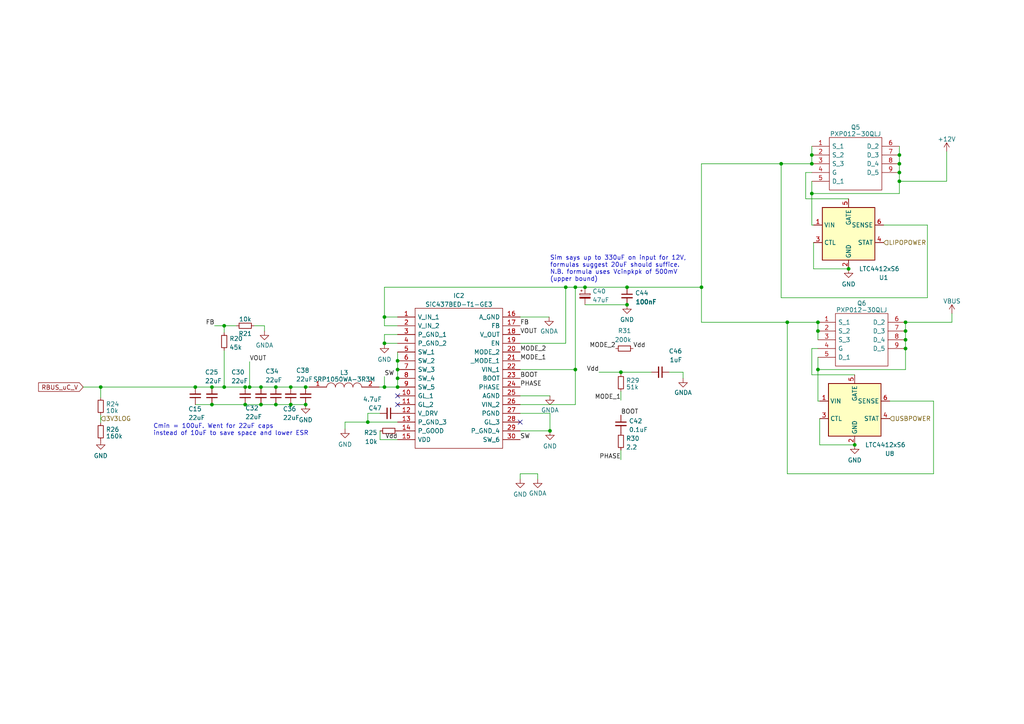
<source format=kicad_sch>
(kicad_sch (version 20230121) (generator eeschema)
  (paper "A4")
  (lib_symbols
    (symbol "Device:C_Polarized_Small" (pin_numbers hide) (pin_names (offset 0.254) hide)
      (property "Reference" "C" (at 0.254 1.778 0))
      (property "Value" "C_Polarized_Small" (at 0.254 -2.032 0))
      (symbol "C_Polarized_Small_0_1"
        (rectangle (start -1.524 -0.3048) (end 1.524 -0.6858) (fill (type outline)))
        (rectangle (start -1.524 0.6858) (end 1.524 0.3048))
        (polyline (pts (xy -1.27 1.524) (xy -0.762 1.524)))
        (polyline (pts (xy -1.016 1.27) (xy -1.016 1.778)))
      )
      (symbol "C_Polarized_Small_1_1"
        (pin passive line (at 0 2.54 270) (length 1.8542) (name "~") (number "1"))
        (pin passive line (at 0 -2.54 90) (length 1.8542) (name "~") (number "2"))
      )
    )
    (symbol "Device:C_Small" (pin_numbers hide) (pin_names (offset 0.254) hide)
      (property "Reference" "C" (at 0.254 1.778 0))
      (property "Value" "C_Small" (at 0.254 -2.032 0))
      (symbol "C_Small_0_1"
        (polyline (pts (xy -1.524 -0.508) (xy 1.524 -0.508)) (stroke (width 0.3302)))
        (polyline (pts (xy -1.524 0.508) (xy 1.524 0.508)) (stroke (width 0.3048)))
      )
      (symbol "C_Small_1_1"
        (pin passive line (at 0 2.54 270) (length 2.032) (name "~") (number "1"))
        (pin passive line (at 0 -2.54 90) (length 2.032) (name "~") (number "2"))
      )
    )
    (symbol "Device:R_Small" (pin_numbers hide) (pin_names (offset 0.254) hide)
      (property "Reference" "R" (at 0.762 0.508 0))
      (property "Value" "R_Small" (at 0.762 -1.016 0))
      (symbol "R_Small_0_1"
        (rectangle (start -0.762 1.778) (end 0.762 -1.778) (stroke (width 0.2032)))
      )
      (symbol "R_Small_1_1"
        (pin passive line (at 0 2.54 270) (length 0.762) (name "~") (number "1"))
        (pin passive line (at 0 -2.54 90) (length 0.762) (name "~") (number "2"))
      )
    )
    (symbol "Power_Management:LTC4412xS6"
      (property "Reference" "U" (at -6.35 8.89 0))
      (property "Value" "LTC4412xS6" (at 6.35 8.89 0))
      (symbol "LTC4412xS6_0_1"
        (rectangle (start -7.62 7.62) (end 7.62 -7.62) (stroke (width 0.254)) (fill (type background)))
      )
      (symbol "LTC4412xS6_1_1"
        (pin power_in line (at -10.16 2.54 0) (length 2.54) (name "VIN") (number "1"))
        (pin power_in line (at 0 -10.16 90) (length 2.54) (name "GND") (number "2"))
        (pin input line (at -10.16 -2.54 0) (length 2.54) (name "CTL") (number "3"))
        (pin open_collector line (at 10.16 -2.54 180) (length 2.54) (name "STAT") (number "4"))
        (pin output line (at 0 10.16 270) (length 2.54) (name "GATE") (number "5"))
        (pin input line (at 10.16 2.54 180) (length 2.54) (name "SENSE") (number "6"))
      )
    )
    (symbol "iclr:PXP012-30QLJ" (pin_names (offset 0.762))
      (property "Reference" "Q" (at 21.59 7.62 0))
      (property "Value" "PXP012-30QLJ" (at 21.59 5.08 0))
      (symbol "PXP012-30QLJ_0_0"
        (pin passive line (at 0 0 0) (length 5.08) (name "S_1") (number "1"))
        (pin passive line (at 0 -2.54 0) (length 5.08) (name "S_2") (number "2"))
        (pin passive line (at 0 -5.08 0) (length 5.08) (name "S_3") (number "3"))
        (pin passive line (at 0 -7.62 0) (length 5.08) (name "G") (number "4"))
        (pin passive line (at 0 -10.16 0) (length 5.08) (name "D_1") (number "5"))
        (pin passive line (at 25.4 0 180) (length 5.08) (name "D_2") (number "6"))
        (pin passive line (at 25.4 -2.54 180) (length 5.08) (name "D_3") (number "7"))
        (pin passive line (at 25.4 -5.08 180) (length 5.08) (name "D_4") (number "8"))
        (pin passive line (at 25.4 -7.62 180) (length 5.08) (name "D_5") (number "9"))
      )
      (symbol "PXP012-30QLJ_0_1"
        (polyline (pts (xy 5.08 2.54) (xy 20.32 2.54) (xy 20.32 -12.7) (xy 5.08 -12.7) (xy 5.08 2.54)) (stroke (width 0.1524)))
      )
    )
    (symbol "iclr:SRP1050WA-3R3M" (pin_names (offset 0.762))
      (property "Reference" "L" (at 16.51 6.35 0))
      (property "Value" "SRP1050WA-3R3M" (at 16.51 3.81 0))
      (symbol "SRP1050WA-3R3M_0_0"
        (pin passive line (at 0 0 0) (length 5.08) (name "~") (number "1"))
        (pin passive line (at 20.32 0 180) (length 5.08) (name "~") (number "2"))
      )
      (symbol "SRP1050WA-3R3M_0_1"
        (arc (start 7.62 0) (mid 6.35 1.2202) (end 5.08 0) (stroke (width 0.1524)))
        (arc (start 10.16 0) (mid 8.89 1.2202) (end 7.62 0) (stroke (width 0.1524)))
        (arc (start 12.7 0) (mid 11.43 1.2202) (end 10.16 0) (stroke (width 0.1524)))
        (arc (start 15.24 0) (mid 13.97 1.2202) (end 12.7 0) (stroke (width 0.1524)))
      )
    )
    (symbol "iclr:SiC437BED-T1-GE3" (pin_names (offset 0.762))
      (property "Reference" "IC" (at 31.75 7.62 0))
      (property "Value" "SiC437BED-T1-GE3" (at 31.75 5.08 0))
      (symbol "SiC437BED-T1-GE3_0_0"
        (pin passive line (at 0 0 0) (length 5.08) (name "V_IN_1") (number "1"))
        (pin passive line (at 0 -22.86 0) (length 5.08) (name "GL_1") (number "10"))
        (pin passive line (at 0 -25.4 0) (length 5.08) (name "GL_2") (number "11"))
        (pin passive line (at 0 -27.94 0) (length 5.08) (name "V_DRV") (number "12"))
        (pin passive line (at 0 -30.48 0) (length 5.08) (name "P_GND_3") (number "13"))
        (pin passive line (at 0 -33.02 0) (length 5.08) (name "P_GOOD") (number "14"))
        (pin passive line (at 0 -35.56 0) (length 5.08) (name "VDD") (number "15"))
        (pin passive line (at 35.56 0 180) (length 5.08) (name "A_GND") (number "16"))
        (pin passive line (at 35.56 -2.54 180) (length 5.08) (name "FB") (number "17"))
        (pin passive line (at 35.56 -5.08 180) (length 5.08) (name "V_OUT") (number "18"))
        (pin passive line (at 35.56 -7.62 180) (length 5.08) (name "EN") (number "19"))
        (pin passive line (at 0 -2.54 0) (length 5.08) (name "V_IN_2") (number "2"))
        (pin passive line (at 35.56 -10.16 180) (length 5.08) (name "MODE_2") (number "20"))
        (pin passive line (at 35.56 -12.7 180) (length 5.08) (name "_MODE_1") (number "21"))
        (pin passive line (at 35.56 -15.24 180) (length 5.08) (name "VIN_1") (number "22"))
        (pin passive line (at 35.56 -17.78 180) (length 5.08) (name "BOOT") (number "23"))
        (pin passive line (at 35.56 -20.32 180) (length 5.08) (name "PHASE") (number "24"))
        (pin passive line (at 35.56 -22.86 180) (length 5.08) (name "AGND") (number "25"))
        (pin passive line (at 35.56 -25.4 180) (length 5.08) (name "VIN_2") (number "26"))
        (pin passive line (at 35.56 -27.94 180) (length 5.08) (name "PGND") (number "27"))
        (pin passive line (at 35.56 -30.48 180) (length 5.08) (name "GL_3") (number "28"))
        (pin passive line (at 35.56 -33.02 180) (length 5.08) (name "P_GND_4") (number "29"))
        (pin passive line (at 0 -5.08 0) (length 5.08) (name "P_GND_1") (number "3"))
        (pin passive line (at 35.56 -35.56 180) (length 5.08) (name "SW_6") (number "30"))
        (pin passive line (at 0 -7.62 0) (length 5.08) (name "P_GND_2") (number "4"))
        (pin passive line (at 0 -10.16 0) (length 5.08) (name "SW_1") (number "5"))
        (pin passive line (at 0 -12.7 0) (length 5.08) (name "SW_2") (number "6"))
        (pin passive line (at 0 -15.24 0) (length 5.08) (name "SW_3") (number "7"))
        (pin passive line (at 0 -17.78 0) (length 5.08) (name "SW_4") (number "8"))
        (pin passive line (at 0 -20.32 0) (length 5.08) (name "SW_5") (number "9"))
      )
      (symbol "SiC437BED-T1-GE3_0_1"
        (polyline (pts (xy 5.08 2.54) (xy 30.48 2.54) (xy 30.48 -38.1) (xy 5.08 -38.1) (xy 5.08 2.54)) (stroke (width 0.1524)))
      )
    )
    (symbol "power:+12V" (power) (pin_names (offset 0))
      (property "Value" "+12V" (at 0 3.556 0))
      (symbol "+12V_0_1"
        (polyline (pts (xy -0.762 1.27) (xy 0 2.54)))
        (polyline (pts (xy 0 0) (xy 0 2.54)))
        (polyline (pts (xy 0 2.54) (xy 0.762 1.27)))
      )
      (symbol "+12V_1_1"
        (pin power_in line (at 0 0 90) (length 0) hide (name "+12V") (number "1"))
      )
    )
    (symbol "power:GND" (power) (pin_names (offset 0))
      (property "Value" "GND" (at 0 -3.81 0))
      (symbol "GND_0_1"
        (polyline (pts (xy 0 0) (xy 0 -1.27) (xy 1.27 -1.27) (xy 0 -2.54) (xy -1.27 -1.27) (xy 0 -1.27)))
      )
      (symbol "GND_1_1"
        (pin power_in line (at 0 0 270) (length 0) hide (name "GND") (number "1"))
      )
    )
    (symbol "power:GNDA" (power) (pin_names (offset 0))
      (property "Value" "GNDA" (at 0 -3.81 0))
      (symbol "GNDA_0_1"
        (polyline (pts (xy 0 0) (xy 0 -1.27) (xy 1.27 -1.27) (xy 0 -2.54) (xy -1.27 -1.27) (xy 0 -1.27)))
      )
      (symbol "GNDA_1_1"
        (pin power_in line (at 0 0 270) (length 0) hide (name "GNDA") (number "1"))
      )
    )
    (symbol "power:VBUS" (power) (pin_names (offset 0))
      (property "Value" "VBUS" (at 0 3.81 0))
      (symbol "VBUS_0_1"
        (polyline (pts (xy -0.762 1.27) (xy 0 2.54)))
        (polyline (pts (xy 0 0) (xy 0 2.54)))
        (polyline (pts (xy 0 2.54) (xy 0.762 1.27)))
      )
      (symbol "VBUS_1_1"
        (pin power_in line (at 0 0 90) (length 0) hide (name "VBUS") (number "1"))
      )
    )
  )
  (junction (at 180.086 107.95))
  (junction (at 29.21 112.268))
  (junction (at 260.858 50.038))
  (junction (at 56.642 112.268))
  (junction (at 88.646 117.348))
  (junction (at 72.39 112.268))
  (junction (at 203.454 83.312))
  (junction (at 262.636 98.552))
  (junction (at 226.568 47.498))
  (junction (at 237.236 107.188))
  (junction (at 61.468 117.348))
  (junction (at 262.636 96.012))
  (junction (at 169.672 83.312))
  (junction (at 80.01 112.268))
  (junction (at 235.458 56.134))
  (junction (at 228.346 93.472))
  (junction (at 237.236 96.012))
  (junction (at 260.858 44.958))
  (junction (at 84.328 112.268))
  (junction (at 181.864 83.312))
  (junction (at 111.506 91.948))
  (junction (at 260.858 47.498))
  (junction (at 71.12 117.348))
  (junction (at 65.024 94.488))
  (junction (at 159.512 124.968))
  (junction (at 262.636 93.472))
  (junction (at 166.878 83.312))
  (junction (at 115.316 104.648))
  (junction (at 80.01 117.348))
  (junction (at 75.692 112.268))
  (junction (at 111.506 99.568))
  (junction (at 235.458 44.958))
  (junction (at 181.864 88.392))
  (junction (at 106.68 122.428))
  (junction (at 115.316 112.268))
  (junction (at 71.12 112.268))
  (junction (at 237.236 93.472))
  (junction (at 260.858 52.578))
  (junction (at 88.646 112.268))
  (junction (at 115.316 107.188))
  (junction (at 164.084 83.312))
  (junction (at 111.506 112.268))
  (junction (at 247.904 129.032))
  (junction (at 61.468 112.268))
  (junction (at 235.458 47.498))
  (junction (at 115.316 109.728))
  (junction (at 166.878 107.188))
  (junction (at 84.328 117.348))
  (junction (at 262.636 101.092))
  (junction (at 246.126 77.978))
  (junction (at 75.692 117.348))
  (junction (at 65.024 112.268))
  (no_connect (at 150.876 122.428))
  (no_connect (at 115.316 114.808))
  (no_connect (at 115.316 117.348))
  (wire (pts (xy 65.024 101.6) (xy 65.024 112.268)))
  (wire (pts (xy 260.858 44.958) (xy 260.858 47.498)))
  (wire (pts (xy 61.468 112.268) (xy 65.024 112.268)))
  (wire (pts (xy 180.086 107.95) (xy 180.086 108.458)))
  (wire (pts (xy 76.708 94.488) (xy 76.708 96.012)))
  (wire (pts (xy 270.764 116.332) (xy 270.764 137.414)))
  (wire (pts (xy 169.672 83.312) (xy 181.864 83.312)))
  (wire (pts (xy 84.328 112.268) (xy 88.646 112.268)))
  (wire (pts (xy 262.636 107.188) (xy 262.636 101.092)))
  (wire (pts (xy 65.024 96.52) (xy 65.024 94.488)))
  (wire (pts (xy 226.568 47.498) (xy 203.454 47.498)))
  (wire (pts (xy 235.458 65.278) (xy 235.966 65.278)))
  (wire (pts (xy 268.986 65.278) (xy 268.986 86.36)))
  (wire (pts (xy 115.316 107.188) (xy 115.316 109.728)))
  (wire (pts (xy 260.858 52.578) (xy 260.858 56.134)))
  (wire (pts (xy 111.506 97.028) (xy 111.506 99.568)))
  (wire (pts (xy 258.064 116.332) (xy 270.764 116.332)))
  (wire (pts (xy 111.506 94.488) (xy 115.316 94.488)))
  (wire (pts (xy 233.68 50.038) (xy 235.458 50.038)))
  (wire (pts (xy 260.858 42.418) (xy 260.858 44.958)))
  (wire (pts (xy 164.084 83.312) (xy 164.084 99.568)))
  (wire (pts (xy 72.39 112.268) (xy 75.692 112.268)))
  (wire (pts (xy 235.458 108.712) (xy 235.458 101.092)))
  (wire (pts (xy 150.876 107.188) (xy 166.878 107.188)))
  (wire (pts (xy 115.316 99.568) (xy 111.506 99.568)))
  (wire (pts (xy 262.636 98.552) (xy 262.636 101.092)))
  (wire (pts (xy 24.13 112.268) (xy 29.21 112.268)))
  (wire (pts (xy 150.876 114.808) (xy 159.512 114.808)))
  (wire (pts (xy 235.966 77.978) (xy 246.126 77.978)))
  (wire (pts (xy 29.21 112.268) (xy 56.642 112.268)))
  (wire (pts (xy 237.236 93.472) (xy 237.236 96.012)))
  (wire (pts (xy 150.876 99.568) (xy 164.084 99.568)))
  (wire (pts (xy 155.956 137.414) (xy 155.956 138.938)))
  (wire (pts (xy 115.316 122.428) (xy 106.68 122.428)))
  (wire (pts (xy 150.876 117.348) (xy 166.878 117.348)))
  (wire (pts (xy 237.744 121.412) (xy 237.744 129.032)))
  (wire (pts (xy 237.236 103.632) (xy 237.236 107.188)))
  (wire (pts (xy 84.328 117.348) (xy 88.646 117.348)))
  (wire (pts (xy 180.086 113.538) (xy 180.086 116.078)))
  (wire (pts (xy 270.764 137.414) (xy 228.346 137.414)))
  (wire (pts (xy 56.642 117.348) (xy 61.468 117.348)))
  (wire (pts (xy 61.468 117.348) (xy 71.12 117.348)))
  (wire (pts (xy 203.454 47.498) (xy 203.454 83.312)))
  (wire (pts (xy 235.966 70.358) (xy 235.966 77.978)))
  (wire (pts (xy 150.876 137.414) (xy 155.956 137.414)))
  (wire (pts (xy 166.878 83.312) (xy 169.672 83.312)))
  (wire (pts (xy 110.236 127.508) (xy 115.316 127.508)))
  (wire (pts (xy 88.646 112.268) (xy 89.662 112.268)))
  (wire (pts (xy 194.056 107.95) (xy 198.12 107.95)))
  (wire (pts (xy 111.506 91.948) (xy 115.316 91.948)))
  (wire (pts (xy 235.458 56.134) (xy 235.458 65.278)))
  (wire (pts (xy 111.506 83.312) (xy 111.506 91.948)))
  (wire (pts (xy 150.876 124.968) (xy 159.512 124.968)))
  (wire (pts (xy 75.692 112.268) (xy 80.01 112.268)))
  (wire (pts (xy 166.878 107.188) (xy 166.878 117.348)))
  (wire (pts (xy 237.236 107.188) (xy 237.236 116.332)))
  (wire (pts (xy 110.236 119.888) (xy 106.68 119.888)))
  (wire (pts (xy 235.458 47.498) (xy 226.568 47.498)))
  (wire (pts (xy 29.21 120.396) (xy 29.21 122.682)))
  (wire (pts (xy 111.506 83.312) (xy 164.084 83.312)))
  (wire (pts (xy 111.506 91.948) (xy 111.506 94.488)))
  (wire (pts (xy 228.346 93.472) (xy 228.346 137.414)))
  (wire (pts (xy 246.126 57.658) (xy 233.68 57.658)))
  (wire (pts (xy 115.316 102.108) (xy 115.316 104.648)))
  (wire (pts (xy 260.858 47.498) (xy 260.858 50.038)))
  (wire (pts (xy 235.458 101.092) (xy 237.236 101.092)))
  (wire (pts (xy 65.024 94.488) (xy 68.58 94.488)))
  (wire (pts (xy 228.346 93.472) (xy 237.236 93.472)))
  (wire (pts (xy 106.68 119.888) (xy 106.68 122.428)))
  (wire (pts (xy 203.454 83.312) (xy 203.454 93.472)))
  (wire (pts (xy 235.458 42.418) (xy 235.458 44.958)))
  (wire (pts (xy 115.316 97.028) (xy 111.506 97.028)))
  (wire (pts (xy 80.01 112.268) (xy 84.328 112.268)))
  (wire (pts (xy 233.68 57.658) (xy 233.68 50.038)))
  (wire (pts (xy 262.636 96.012) (xy 262.636 98.552)))
  (wire (pts (xy 62.23 94.488) (xy 65.024 94.488)))
  (wire (pts (xy 164.084 83.312) (xy 166.878 83.312)))
  (wire (pts (xy 150.876 91.948) (xy 159.258 91.948)))
  (wire (pts (xy 56.642 112.268) (xy 61.468 112.268)))
  (wire (pts (xy 109.982 112.268) (xy 111.506 112.268)))
  (wire (pts (xy 150.876 119.888) (xy 159.512 119.888)))
  (wire (pts (xy 115.316 104.648) (xy 115.316 107.188)))
  (wire (pts (xy 166.878 83.312) (xy 166.878 107.188)))
  (wire (pts (xy 169.672 88.392) (xy 181.864 88.392)))
  (wire (pts (xy 276.098 90.932) (xy 276.098 93.472)))
  (wire (pts (xy 73.66 94.488) (xy 76.708 94.488)))
  (wire (pts (xy 235.458 52.578) (xy 235.458 56.134)))
  (wire (pts (xy 100.076 122.428) (xy 100.076 124.46)))
  (wire (pts (xy 237.236 116.332) (xy 237.744 116.332)))
  (wire (pts (xy 115.316 109.728) (xy 115.316 112.268)))
  (wire (pts (xy 203.454 93.472) (xy 228.346 93.472)))
  (wire (pts (xy 180.086 107.95) (xy 188.976 107.95)))
  (wire (pts (xy 181.864 83.312) (xy 203.454 83.312)))
  (wire (pts (xy 150.876 138.938) (xy 150.876 137.414)))
  (wire (pts (xy 260.858 50.038) (xy 260.858 52.578)))
  (wire (pts (xy 237.744 129.032) (xy 247.904 129.032)))
  (wire (pts (xy 29.21 112.268) (xy 29.21 115.316)))
  (wire (pts (xy 260.858 52.578) (xy 274.574 52.578)))
  (wire (pts (xy 198.12 107.95) (xy 198.12 109.728)))
  (wire (pts (xy 106.68 122.428) (xy 100.076 122.428)))
  (wire (pts (xy 111.506 99.568) (xy 111.506 99.822)))
  (wire (pts (xy 256.286 65.278) (xy 268.986 65.278)))
  (wire (pts (xy 80.01 117.348) (xy 84.328 117.348)))
  (wire (pts (xy 237.236 96.012) (xy 237.236 98.552)))
  (wire (pts (xy 276.098 93.472) (xy 262.636 93.472)))
  (wire (pts (xy 110.236 124.968) (xy 110.236 127.508)))
  (wire (pts (xy 111.506 109.22) (xy 111.506 112.268)))
  (wire (pts (xy 247.904 108.712) (xy 235.458 108.712)))
  (wire (pts (xy 237.236 107.188) (xy 262.636 107.188)))
  (wire (pts (xy 72.39 104.902) (xy 72.39 112.268)))
  (wire (pts (xy 274.574 43.942) (xy 274.574 52.578)))
  (wire (pts (xy 71.12 112.268) (xy 72.39 112.268)))
  (wire (pts (xy 180.086 130.556) (xy 180.086 133.35)))
  (wire (pts (xy 226.568 47.498) (xy 226.568 86.36)))
  (wire (pts (xy 173.736 107.95) (xy 180.086 107.95)))
  (wire (pts (xy 235.458 56.134) (xy 260.858 56.134)))
  (wire (pts (xy 111.506 112.268) (xy 115.316 112.268)))
  (wire (pts (xy 235.458 44.958) (xy 235.458 47.498)))
  (wire (pts (xy 75.692 117.348) (xy 80.01 117.348)))
  (wire (pts (xy 262.636 93.472) (xy 262.636 96.012)))
  (wire (pts (xy 268.986 86.36) (xy 226.568 86.36)))
  (wire (pts (xy 65.024 112.268) (xy 71.12 112.268)))
  (wire (pts (xy 159.512 119.888) (xy 159.512 124.968)))
  (wire (pts (xy 71.12 117.348) (xy 75.692 117.348)))
  (text "Sim says up to 330uF on input for 12V,\nformulas suggest 20uF should suffice.\nN.B. formula uses Vcinpkpk of 500mV\n(upper bound)" (at 159.512 81.788 0) (effects (font (size 1.27 1.27)) (justify left bottom)))
  (text "Cmin = 100uF. Went for 22uF caps \ninstead of 10uF to save space and lower ESR" (at 44.45 126.492 0) (effects (font (size 1.27 1.27)) (justify left bottom)))
  (label "MODE_1" (at 150.876 104.648 0))
  (label "VOUT" (at 72.39 104.902 0))
  (label "Vdd" (at 183.642 101.092 0))
  (label "SW" (at 111.506 109.22 0))
  (label "PHASE" (at 180.086 133.35 180))
  (label "MODE_2" (at 150.876 102.108 0))
  (label "BOOT" (at 150.876 109.728 0))
  (label "SW" (at 150.876 127.508 0))
  (label "MODE_2" (at 178.562 101.092 180))
  (label "VOUT" (at 150.876 97.028 0))
  (label "Vdd" (at 115.316 127.508 180))
  (label "FB" (at 150.876 94.488 0))
  (label "PHASE" (at 150.876 112.268 0))
  (label "FB" (at 62.23 94.488 180))
  (label "BOOT" (at 180.086 120.396 0))
  (label "MODE_1" (at 180.086 116.078 180))
  (label "Vdd" (at 173.736 107.95 180))
  (global_label "RBUS_uC_V" (shape input) (at 24.13 112.268 180) (property "Intersheetrefs" "${INTERSHEET_REFS}" (effects hide)))
  (hierarchical_label "USBPOWER" (shape input) (at 258.064 121.412 0))
  (hierarchical_label "3V3LOG" (shape input) (at 29.21 121.412 0))
  (hierarchical_label "LIPOPOWER" (shape input) (at 256.286 70.358 0))
  (symbol (lib_id "Device:C_Small") (at 181.864 85.852 0) (unit 1)
    (property "Reference" "C44" (at 184.1881 84.9793 0) (effects (justify left)))
    (property "Value" "100nF" (at 184.1881 87.5876 0) (effects (font bold) (justify left)))
    (property "Footprint" "Capacitor_SMD:C_0603_1608Metric" (effects hide))
  )
  (symbol (lib_id "power:GNDA") (at 155.956 138.938 0) (unit 1)
    (property "Reference" "#PWR04" (effects hide))
    (property "Value" "GNDA" (at 155.956 143.0735 0))
  )
  (symbol (lib_id "Device:C_Small") (at 180.086 122.936 0) (unit 1)
    (property "Reference" "C42" (at 182.4101 122.1076 0) (effects (justify left)))
    (property "Value" "0.1uF" (at 182.4101 124.6445 0) (effects (justify left)))
    (property "Footprint" "Capacitor_SMD:C_0402_1005Metric" (effects hide))
  )
  (symbol (lib_id "Device:R_Small") (at 180.086 128.016 180) (unit 1)
    (property "Reference" "R30" (at 181.5846 127.1813 0) (effects (justify right)))
    (property "Value" "2.2" (at 181.5846 129.7182 0) (effects (justify right)))
    (property "Footprint" "Resistor_SMD:R_0402_1005Metric" (effects hide))
  )
  (symbol (lib_id "power:GND") (at 246.126 77.978 0) (unit 1)
    (property "Reference" "#PWR0149" (effects hide))
    (property "Value" "GND" (at 246.126 82.4214 0))
  )
  (symbol (lib_id "Device:C_Small") (at 71.12 114.808 180) (unit 1)
    (property "Reference" "C30" (at 67.056 107.9531 0) (effects (justify right)))
    (property "Value" "22uF" (at 67.056 110.49 0) (effects (justify right)))
    (property "Footprint" "Capacitor_SMD:C_0603_1608Metric" (effects hide))
  )
  (symbol (lib_id "Device:R_Small") (at 71.12 94.488 90) (unit 1)
    (property "Reference" "R21" (at 71.12 96.774 90))
    (property "Value" "10k" (at 71.12 92.5885 90))
    (property "Footprint" "Resistor_SMD:R_0402_1005Metric" (effects hide))
  )
  (symbol (lib_id "Device:C_Polarized_Small") (at 169.672 85.852 0) (unit 1)
    (property "Reference" "C40" (at 171.831 84.4712 0) (effects (justify left)))
    (property "Value" "47uF" (at 171.831 87.0081 0) (effects (justify left)))
    (property "Footprint" "Capacitor_SMD:C_1206_3216Metric" (effects hide))
  )
  (symbol (lib_id "iclr:SRP1050WA-3R3M") (at 89.662 112.268 0) (unit 1)
    (property "Reference" "L3" (at 99.822 108.0887 0))
    (property "Value" "SRP1050WA-3R3M" (at 99.822 110.0097 0))
    (property "Footprint" "iclr:INDPM110100X540N" (effects hide))
    (property "Datasheet" "https://g.componentsearchengine.com/Datasheets/0/17601762.pdf" (effects hide))
    (property "Description" "Ind,11x10x5.1mm,3.3uH+/-20%,18.7A,shd" (effects hide))
    (property "Height" "5.4" (effects hide))
    (property "Manufacturer_Name" "Bourns" (effects hide))
    (property "Manufacturer_Part_Number" "SRP1050WA-3R3M" (effects hide))
  )
  (symbol (lib_id "power:GND") (at 29.21 127.762 0) (unit 1)
    (property "Reference" "#PWR01" (effects hide))
    (property "Value" "GND" (at 29.21 132.2054 0))
  )
  (symbol (lib_id "Device:R_Small") (at 181.102 101.092 90) (unit 1)
    (property "Reference" "R31" (at 183.1086 95.9393 90) (effects (justify left)))
    (property "Value" "200k" (at 183.134 98.552 90) (effects (justify left)))
    (property "Footprint" "Resistor_SMD:R_0402_1005Metric" (effects hide))
  )
  (symbol (lib_id "Device:C_Small") (at 112.776 119.888 270) (unit 1)
    (property "Reference" "C47" (at 110.744 118.364 90) (effects (justify right)))
    (property "Value" "4.7uF" (at 110.744 115.8271 90) (effects (justify right)))
    (property "Footprint" "Capacitor_SMD:C_0402_1005Metric" (effects hide))
  )
  (symbol (lib_id "Device:R_Small") (at 65.024 99.06 0) (unit 1)
    (property "Reference" "R20" (at 66.5226 98.2253 0) (effects (justify left)))
    (property "Value" "45k" (at 66.5226 100.7622 0) (effects (justify left)))
    (property "Footprint" "Resistor_SMD:R_0402_1005Metric" (effects hide))
  )
  (symbol (lib_id "iclr:SiC437BED-T1-GE3") (at 115.316 91.948 0) (unit 1)
    (property "Reference" "IC2" (at 133.096 85.759 0))
    (property "Value" "SiC437BED-T1-GE3" (at 133.096 88.2959 0))
    (property "Footprint" "iclr:SiC437BEDT1GE3" (effects hide))
    (property "Datasheet" "https://componentsearchengine.com/Datasheets/1/SiC437BED-T1-GE3.pdf" (effects hide))
    (property "Description" "Switching Voltage Regulators 3-28V 12A 50uA microBUCK MLP44-24" (effects hide))
    (property "Height" "0.8" (effects hide))
    (property "Manufacturer_Name" "Vishay" (effects hide))
    (property "Manufacturer_Part_Number" "SiC437BED-T1-GE3" (effects hide))
    (property "Mouser Part Number" "78-SIC437BED-T1-GE3" (effects hide))
    (property "Mouser Price/Stock" "https://www.mouser.co.uk/ProductDetail/Vishay-Siliconix/SiC437BED-T1-GE3?qs=chTDxNqvsyntp1SKlnHzGA%3D%3D" (effects hide))
    (property "Arrow Part Number" "SIC437BED-T1-GE3" (effects hide))
    (property "Arrow Price/Stock" "https://www.arrow.com/en/products/sic437bed-t1-ge3/vishay" (effects hide))
  )
  (symbol (lib_id "Device:C_Small") (at 75.692 114.808 180) (unit 1)
    (property "Reference" "C32" (at 71.12 118.3671 0) (effects (justify right)))
    (property "Value" "22uF" (at 71.12 120.904 0) (effects (justify right)))
    (property "Footprint" "Capacitor_SMD:C_0603_1608Metric" (effects hide))
  )
  (symbol (lib_id "iclr:PXP012-30QLJ") (at 235.458 42.418 0) (unit 1)
    (property "Reference" "Q5" (at 248.158 36.9189 0))
    (property "Value" "PXP012-30QLJ" (at 248.158 38.8399 0))
    (property "Footprint" "iclr:PXP01230QLJ" (effects hide))
    (property "Datasheet" "https://assets.nexperia.com/documents/data-sheet/PXP012-30QL.pdf" (effects hide))
    (property "Description" "P-channel enhancement mode Field-Effect Transistor (FET) in an MLPAK33 (SOT8002) Surface-Mounted Device (SMD) plastic package using Trench MOSFET technology." (effects hide))
    (property "Height" "0.9" (effects hide))
    (property "Manufacturer_Name" "Nexperia" (effects hide))
    (property "Manufacturer_Part_Number" "PXP012-30QLJ" (effects hide))
    (property "Mouser Part Number" "771-PXP012-30QLJ" (effects hide))
    (property "Mouser Price/Stock" "https://www.mouser.co.uk/ProductDetail/Nexperia/PXP012-30QLJ?qs=MyNHzdoqoQJZrENr6odxAg%3D%3D" (effects hide))
  )
  (symbol (lib_id "Device:C_Small") (at 191.516 107.95 270) (unit 1)
    (property "Reference" "C46" (at 197.866 101.854 90) (effects (justify right)))
    (property "Value" "1uF" (at 197.866 104.3909 90) (effects (justify right)))
    (property "Footprint" "Capacitor_SMD:C_0402_1005Metric" (effects hide))
  )
  (symbol (lib_id "Device:R_Small") (at 29.21 125.222 0) (unit 1)
    (property "Reference" "R26" (at 30.7086 124.5783 0) (effects (justify left)))
    (property "Value" "160k" (at 30.7086 126.4993 0) (effects (justify left)))
    (property "Footprint" "Resistor_SMD:R_0402_1005Metric" (effects hide))
  )
  (symbol (lib_id "Device:C_Small") (at 61.468 114.808 180) (unit 1)
    (property "Reference" "C25" (at 59.436 107.9531 0) (effects (justify right)))
    (property "Value" "22uF" (at 59.436 110.49 0) (effects (justify right)))
    (property "Footprint" "Capacitor_SMD:C_0603_1608Metric" (effects hide))
  )
  (symbol (lib_id "power:GND") (at 247.904 129.032 0) (unit 1)
    (property "Reference" "#PWR0169" (effects hide))
    (property "Value" "GND" (at 247.904 133.4754 0))
  )
  (symbol (lib_id "iclr:PXP012-30QLJ") (at 237.236 93.472 0) (unit 1)
    (property "Reference" "Q6" (at 249.936 87.9729 0))
    (property "Value" "PXP012-30QLJ" (at 249.936 89.8939 0))
    (property "Footprint" "iclr:PXP01230QLJ" (effects hide))
    (property "Datasheet" "https://assets.nexperia.com/documents/data-sheet/PXP012-30QL.pdf" (effects hide))
    (property "Description" "P-channel enhancement mode Field-Effect Transistor (FET) in an MLPAK33 (SOT8002) Surface-Mounted Device (SMD) plastic package using Trench MOSFET technology." (effects hide))
    (property "Height" "0.9" (effects hide))
    (property "Manufacturer_Name" "Nexperia" (effects hide))
    (property "Manufacturer_Part_Number" "PXP012-30QLJ" (effects hide))
    (property "Mouser Part Number" "771-PXP012-30QLJ" (effects hide))
    (property "Mouser Price/Stock" "https://www.mouser.co.uk/ProductDetail/Nexperia/PXP012-30QLJ?qs=MyNHzdoqoQJZrENr6odxAg%3D%3D" (effects hide))
  )
  (symbol (lib_id "Device:R_Small") (at 29.21 117.856 0) (unit 1)
    (property "Reference" "R24" (at 30.7086 117.2123 0) (effects (justify left)))
    (property "Value" "10k" (at 30.7086 119.1333 0) (effects (justify left)))
    (property "Footprint" "Resistor_SMD:R_0402_1005Metric" (effects hide))
  )
  (symbol (lib_id "Power_Management:LTC4412xS6") (at 246.126 67.818 0) (unit 1)
    (property "Reference" "U1" (at 256.286 80.518 0))
    (property "Value" "LTC4412xS6" (at 255.016 77.978 0))
    (property "Footprint" "Package_TO_SOT_SMD:TSOT-23-6" (effects hide))
    (property "Datasheet" "https://www.analog.com/media/en/technical-documentation/data-sheets/4412fb.pdf" (effects hide))
  )
  (symbol (lib_id "power:GND") (at 88.646 117.348 0) (unit 1)
    (property "Reference" "#PWR0183" (effects hide))
    (property "Value" "GND" (at 88.646 121.7914 0))
  )
  (symbol (lib_id "power:GND") (at 100.076 124.46 0) (unit 1)
    (property "Reference" "#PWR0181" (effects hide))
    (property "Value" "GND" (at 100.076 128.9034 0))
  )
  (symbol (lib_id "Device:C_Small") (at 88.646 114.808 180) (unit 1)
    (property "Reference" "C38" (at 85.852 107.4451 0) (effects (justify right)))
    (property "Value" "22uF" (at 85.852 109.982 0) (effects (justify right)))
    (property "Footprint" "Capacitor_SMD:C_0603_1608Metric" (effects hide))
  )
  (symbol (lib_id "power:GNDA") (at 198.12 109.728 0) (unit 1)
    (property "Reference" "#PWR06" (effects hide))
    (property "Value" "GNDA" (at 198.12 113.8635 0))
  )
  (symbol (lib_id "Device:R_Small") (at 112.776 124.968 90) (unit 1)
    (property "Reference" "R25" (at 109.474 125.476 90) (effects (justify left)))
    (property "Value" "10k" (at 109.4994 128.0887 90) (effects (justify left)))
    (property "Footprint" "Resistor_SMD:R_0402_1005Metric" (effects hide))
  )
  (symbol (lib_id "power:GND") (at 150.876 138.938 0) (unit 1)
    (property "Reference" "#PWR05" (effects hide))
    (property "Value" "GND" (at 150.876 143.3814 0))
  )
  (symbol (lib_id "power:GNDA") (at 159.512 114.808 0) (unit 1)
    (property "Reference" "#PWR02" (effects hide))
    (property "Value" "GNDA" (at 159.512 118.9435 0))
  )
  (symbol (lib_id "Device:C_Small") (at 56.642 114.808 180) (unit 1)
    (property "Reference" "C15" (at 54.61 118.6211 0) (effects (justify right)))
    (property "Value" "22uF" (at 54.61 121.158 0) (effects (justify right)))
    (property "Footprint" "Capacitor_SMD:C_0603_1608Metric" (effects hide))
  )
  (symbol (lib_id "power:GND") (at 111.506 99.822 0) (unit 1)
    (property "Reference" "#PWR0180" (effects hide))
    (property "Value" "GND" (at 111.506 104.2654 0))
  )
  (symbol (lib_id "power:GNDA") (at 159.258 91.948 0) (unit 1)
    (property "Reference" "#PWR03" (effects hide))
    (property "Value" "GNDA" (at 159.258 96.0835 0))
  )
  (symbol (lib_id "Power_Management:LTC4412xS6") (at 247.904 118.872 0) (unit 1)
    (property "Reference" "U8" (at 258.064 131.572 0))
    (property "Value" "LTC4412xS6" (at 256.794 129.032 0))
    (property "Footprint" "Package_TO_SOT_SMD:TSOT-23-6" (effects hide))
    (property "Datasheet" "https://www.analog.com/media/en/technical-documentation/data-sheets/4412fb.pdf" (effects hide))
  )
  (symbol (lib_id "power:GNDA") (at 76.708 96.012 0) (unit 1)
    (property "Reference" "#PWR08" (effects hide))
    (property "Value" "GNDA" (at 76.708 100.1475 0))
  )
  (symbol (lib_id "power:GND") (at 181.864 88.392 0) (unit 1)
    (property "Reference" "#PWR0168" (effects hide))
    (property "Value" "GND" (at 181.864 92.71 0))
  )
  (symbol (lib_id "power:+12V") (at 274.574 43.942 0) (unit 1)
    (property "Reference" "#PWR0166" (effects hide))
    (property "Value" "+12V" (at 274.574 40.3662 0))
  )
  (symbol (lib_id "power:GND") (at 159.512 124.968 0) (unit 1)
    (property "Reference" "#PWR0158" (effects hide))
    (property "Value" "GND" (at 159.512 129.4114 0))
  )
  (symbol (lib_id "Device:C_Small") (at 80.01 114.808 180) (unit 1)
    (property "Reference" "C34" (at 76.962 107.6991 0) (effects (justify right)))
    (property "Value" "22uF" (at 76.962 110.236 0) (effects (justify right)))
    (property "Footprint" "Capacitor_SMD:C_0603_1608Metric" (effects hide))
  )
  (symbol (lib_id "Device:C_Small") (at 84.328 114.808 180) (unit 1)
    (property "Reference" "C36" (at 82.042 118.6211 0) (effects (justify right)))
    (property "Value" "22uF" (at 82.042 121.158 0) (effects (justify right)))
    (property "Footprint" "Capacitor_SMD:C_0603_1608Metric" (effects hide))
  )
  (symbol (lib_id "power:VBUS") (at 276.098 90.932 0) (unit 1)
    (property "Reference" "#PWR0150" (effects hide))
    (property "Value" "VBUS" (at 276.098 87.3562 0))
  )
  (symbol (lib_id "Device:R_Small") (at 180.086 110.998 0) (unit 1)
    (property "Reference" "R29" (at 181.5846 110.3543 0) (effects (justify left)))
    (property "Value" "51k" (at 181.5846 112.2753 0) (effects (justify left)))
    (property "Footprint" "Resistor_SMD:R_0402_1005Metric" (effects hide))
  )
)
</source>
